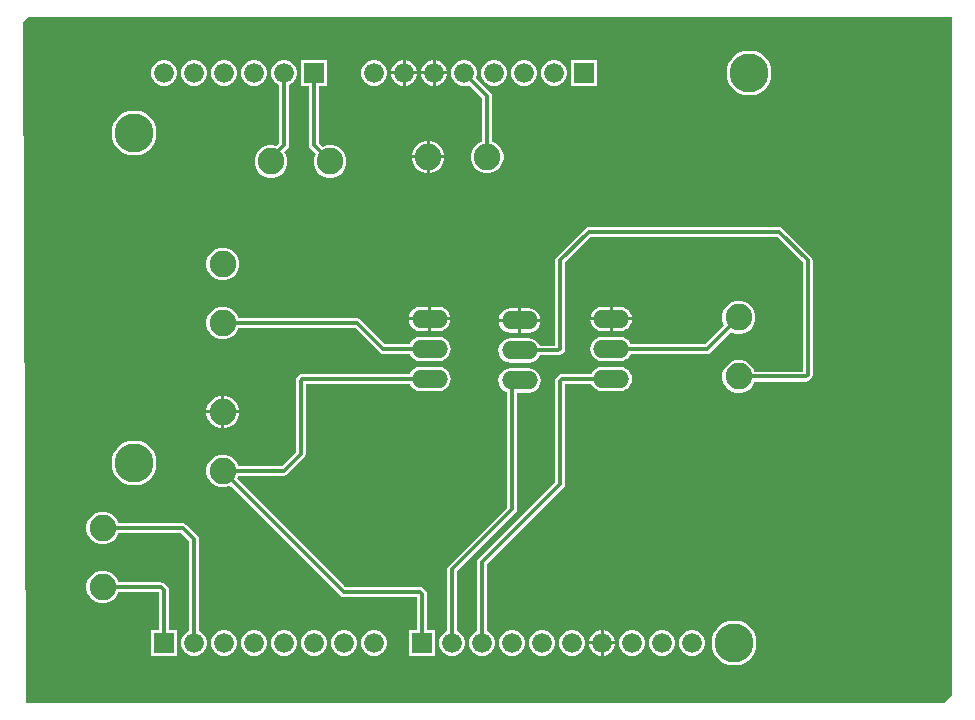
<source format=gbl>
%FSTAX23Y23*%
%MOIN*%
%SFA1B1*%

%IPPOS*%
%ADD19C,0.088582*%
%ADD20O,0.120000X0.060000*%
%ADD21C,0.066000*%
%ADD22R,0.066000X0.066000*%
%ADD23C,0.129921*%
%ADD24C,0.012000*%
%LNpcb_t3-1*%
%LPD*%
G36*
X03115Y0006D02*
X0309Y00035D01*
X0003*
X0002Y02305*
X00035Y0232*
X03115*
Y0006*
G37*
%LNpcb_t3-2*%
%LPC*%
G36*
X01395Y02178D02*
X01395D01*
Y0214*
X01433*
Y0214*
X0143Y02151*
X01424Y02161*
X01416Y02169*
X01406Y02175*
X01395Y02178*
G37*
G36*
X01295D02*
X01295D01*
Y0214*
X01333*
Y0214*
X0133Y02151*
X01324Y02161*
X01316Y02169*
X01306Y02175*
X01295Y02178*
G37*
G36*
X01385D02*
X01384D01*
X01373Y02175*
X01363Y02169*
X01355Y02161*
X01349Y02151*
X01347Y0214*
Y0214*
X01385*
Y02178*
G37*
G36*
X01285D02*
X01284D01*
X01273Y02175*
X01263Y02169*
X01255Y02161*
X01249Y02151*
X01247Y0214*
Y0214*
X01285*
Y02178*
G37*
G36*
X01933D02*
X01847D01*
Y02092*
X01933*
Y02178*
G37*
G36*
X01795D02*
X01784D01*
X01773Y02175*
X01763Y02169*
X01755Y02161*
X01749Y02151*
X01747Y0214*
Y02129*
X01749Y02118*
X01755Y02108*
X01763Y021*
X01773Y02094*
X01784Y02092*
X01795*
X01806Y02094*
X01816Y021*
X01824Y02108*
X0183Y02118*
X01833Y02129*
Y0214*
X0183Y02151*
X01824Y02161*
X01816Y02169*
X01806Y02175*
X01795Y02178*
G37*
G36*
X01695D02*
X01684D01*
X01673Y02175*
X01663Y02169*
X01655Y02161*
X01649Y02151*
X01647Y0214*
Y02129*
X01649Y02118*
X01655Y02108*
X01663Y021*
X01673Y02094*
X01684Y02092*
X01695*
X01706Y02094*
X01716Y021*
X01724Y02108*
X0173Y02118*
X01733Y02129*
Y0214*
X0173Y02151*
X01724Y02161*
X01716Y02169*
X01706Y02175*
X01695Y02178*
G37*
G36*
X01595D02*
X01584D01*
X01573Y02175*
X01563Y02169*
X01555Y02161*
X01549Y02151*
X01547Y0214*
Y02129*
X01549Y02118*
X01555Y02108*
X01563Y021*
X01573Y02094*
X01584Y02092*
X01595*
X01606Y02094*
X01616Y021*
X01624Y02108*
X0163Y02118*
X01633Y02129*
Y0214*
X0163Y02151*
X01624Y02161*
X01616Y02169*
X01606Y02175*
X01595Y02178*
G37*
G36*
X01433Y0213D02*
X01395D01*
Y02092*
X01395*
X01406Y02094*
X01416Y021*
X01424Y02108*
X0143Y02118*
X01433Y02129*
Y0213*
G37*
G36*
X01385D02*
X01347D01*
Y02129*
X01349Y02118*
X01355Y02108*
X01363Y021*
X01373Y02094*
X01384Y02092*
X01385*
Y0213*
G37*
G36*
X01333D02*
X01295D01*
Y02092*
X01295*
X01306Y02094*
X01316Y021*
X01324Y02108*
X0133Y02118*
X01333Y02129*
Y0213*
G37*
G36*
X01285D02*
X01247D01*
Y02129*
X01249Y02118*
X01255Y02108*
X01263Y021*
X01273Y02094*
X01284Y02092*
X01285*
Y0213*
G37*
G36*
X01195Y02178D02*
X01184D01*
X01173Y02175*
X01163Y02169*
X01155Y02161*
X01149Y02151*
X01147Y0214*
Y02129*
X01149Y02118*
X01155Y02108*
X01163Y021*
X01173Y02094*
X01184Y02092*
X01195*
X01206Y02094*
X01216Y021*
X01224Y02108*
X0123Y02118*
X01233Y02129*
Y0214*
X0123Y02151*
X01224Y02161*
X01216Y02169*
X01206Y02175*
X01195Y02178*
G37*
G36*
X00795D02*
X00784D01*
X00773Y02175*
X00763Y02169*
X00755Y02161*
X00749Y02151*
X00747Y0214*
Y02129*
X00749Y02118*
X00755Y02108*
X00763Y021*
X00773Y02094*
X00784Y02092*
X00795*
X00806Y02094*
X00816Y021*
X00824Y02108*
X0083Y02118*
X00833Y02129*
Y0214*
X0083Y02151*
X00824Y02161*
X00816Y02169*
X00806Y02175*
X00795Y02178*
G37*
G36*
X00695D02*
X00684D01*
X00673Y02175*
X00663Y02169*
X00655Y02161*
X00649Y02151*
X00647Y0214*
Y02129*
X00649Y02118*
X00655Y02108*
X00663Y021*
X00673Y02094*
X00684Y02092*
X00695*
X00706Y02094*
X00716Y021*
X00724Y02108*
X0073Y02118*
X00733Y02129*
Y0214*
X0073Y02151*
X00724Y02161*
X00716Y02169*
X00706Y02175*
X00695Y02178*
G37*
G36*
X00595D02*
X00584D01*
X00573Y02175*
X00563Y02169*
X00555Y02161*
X00549Y02151*
X00547Y0214*
Y02129*
X00549Y02118*
X00555Y02108*
X00563Y021*
X00573Y02094*
X00584Y02092*
X00595*
X00606Y02094*
X00616Y021*
X00624Y02108*
X0063Y02118*
X00633Y02129*
Y0214*
X0063Y02151*
X00624Y02161*
X00616Y02169*
X00606Y02175*
X00595Y02178*
G37*
G36*
X00495D02*
X00484D01*
X00473Y02175*
X00463Y02169*
X00455Y02161*
X00449Y02151*
X00447Y0214*
Y02129*
X00449Y02118*
X00455Y02108*
X00463Y021*
X00473Y02094*
X00484Y02092*
X00495*
X00506Y02094*
X00516Y021*
X00524Y02108*
X0053Y02118*
X00533Y02129*
Y0214*
X0053Y02151*
X00524Y02161*
X00516Y02169*
X00506Y02175*
X00495Y02178*
G37*
G36*
X02447Y02209D02*
X02432D01*
X02418Y02207*
X02404Y02201*
X02392Y02193*
X02381Y02182*
X02373Y0217*
X02367Y02156*
X02365Y02142*
Y02127*
X02367Y02113*
X02373Y02099*
X02381Y02087*
X02392Y02076*
X02404Y02068*
X02418Y02062*
X02432Y0206*
X02447*
X02461Y02062*
X02475Y02068*
X02487Y02076*
X02498Y02087*
X02506Y02099*
X02512Y02113*
X02514Y02127*
Y02142*
X02512Y02156*
X02506Y0217*
X02498Y02182*
X02487Y02193*
X02475Y02201*
X02461Y02207*
X02447Y02209*
G37*
G36*
X00895Y02178D02*
X00884D01*
X00873Y02175*
X00863Y02169*
X00855Y02161*
X00849Y02151*
X00847Y0214*
Y02129*
X00849Y02118*
X00855Y02108*
X00863Y021*
X00873Y02094*
X00873Y02094*
Y01901*
X00863Y01891*
X00853Y01894*
X00839*
X00825Y0189*
X00813Y01883*
X00803Y01873*
X00795Y0186*
X00792Y01847*
Y01832*
X00795Y01819*
X00803Y01806*
X00813Y01796*
X00825Y01789*
X00839Y01785*
X00853*
X00867Y01789*
X00879Y01796*
X0089Y01806*
X00897Y01819*
X009Y01832*
Y01847*
X00897Y0186*
X0089Y01872*
X00901Y01883*
X00905Y01888*
X00906Y01895*
Y02094*
X00906Y02094*
X00916Y021*
X00924Y02108*
X0093Y02118*
X00933Y02129*
Y0214*
X0093Y02151*
X00924Y02161*
X00916Y02169*
X00906Y02175*
X00895Y02178*
G37*
G36*
X00397Y02009D02*
X00382D01*
X00368Y02007*
X00354Y02001*
X00342Y01993*
X00331Y01982*
X00323Y0197*
X00317Y01956*
X00315Y01942*
Y01927*
X00317Y01913*
X00323Y01899*
X00331Y01887*
X00342Y01876*
X00354Y01868*
X00368Y01862*
X00382Y0186*
X00397*
X00411Y01862*
X00425Y01868*
X00437Y01876*
X00448Y01887*
X00456Y01899*
X00462Y01913*
X00464Y01927*
Y01942*
X00462Y01956*
X00456Y0197*
X00448Y01982*
X00437Y01993*
X00425Y02001*
X00411Y02007*
X00397Y02009*
G37*
G36*
X01377Y01909D02*
X01375D01*
Y0186*
X01424*
Y01862*
X0142Y01875*
X01413Y01888*
X01403Y01898*
X0139Y01905*
X01377Y01909*
G37*
G36*
X01365D02*
X01362D01*
X01349Y01905*
X01336Y01898*
X01326Y01888*
X01319Y01875*
X01315Y01862*
Y0186*
X01365*
Y01909*
G37*
G36*
X01495Y02178D02*
X01484D01*
X01473Y02175*
X01463Y02169*
X01455Y02161*
X01449Y02151*
X01447Y0214*
Y02129*
X01449Y02118*
X01455Y02108*
X01463Y021*
X01473Y02094*
X01484Y02092*
X01495*
X01506Y02094*
X01506Y02095*
X0155Y02051*
Y01906*
X01545Y01905*
X01533Y01898*
X01523Y01888*
X01516Y01875*
X01512Y01862*
Y01847*
X01516Y01834*
X01523Y01821*
X01533Y01811*
X01545Y01804*
X01559Y018*
X01573*
X01587Y01804*
X016Y01811*
X0161Y01821*
X01617Y01834*
X01621Y01847*
Y01862*
X01617Y01875*
X0161Y01888*
X016Y01898*
X01587Y01905*
X01583Y01906*
Y02058*
X01581Y02064*
X01578Y02069*
X01529Y02118*
X0153Y02118*
X01533Y02129*
Y0214*
X0153Y02151*
X01524Y02161*
X01516Y02169*
X01506Y02175*
X01495Y02178*
G37*
G36*
X01424Y0185D02*
X01375D01*
Y018*
X01377*
X0139Y01804*
X01403Y01811*
X01413Y01821*
X0142Y01834*
X01424Y01847*
Y0185*
G37*
G36*
X01365D02*
X01315D01*
Y01847*
X01319Y01834*
X01326Y01821*
X01336Y01811*
X01349Y01804*
X01362Y018*
X01365*
Y0185*
G37*
G36*
X01033Y02178D02*
X00947D01*
Y02092*
X00973*
Y01893*
X00974Y01887*
X00978Y01881*
X00995Y01865*
X00992Y0186*
X00989Y01847*
Y01832*
X00992Y01819*
X00999Y01806*
X0101Y01796*
X01022Y01789*
X01036Y01785*
X0105*
X01064Y01789*
X01076Y01796*
X01086Y01806*
X01094Y01819*
X01097Y01832*
Y01847*
X01094Y0186*
X01086Y01873*
X01076Y01883*
X01064Y0189*
X0105Y01894*
X01036*
X01022Y0189*
X01018Y01888*
X01006Y019*
Y02092*
X01033*
Y02178*
G37*
G36*
X00692Y01552D02*
X00677D01*
X00664Y01549*
X00651Y01541*
X00641Y01531*
X00634Y01519*
X0063Y01505*
Y01491*
X00634Y01477*
X00641Y01465*
X00651Y01454*
X00664Y01447*
X00677Y01444*
X00692*
X00705Y01447*
X00718Y01454*
X00728Y01465*
X00735Y01477*
X00739Y01491*
Y01505*
X00735Y01519*
X00728Y01531*
X00718Y01541*
X00705Y01549*
X00692Y01552*
G37*
G36*
X0201Y01355D02*
X01985D01*
Y0132*
X02049*
X02048Y01325*
X02044Y01335*
X02038Y01343*
X0203Y01349*
X0202Y01353*
X0201Y01355*
G37*
G36*
X01405D02*
X0138D01*
Y0132*
X01444*
X01443Y01325*
X01439Y01335*
X01433Y01343*
X01425Y01349*
X01415Y01353*
X01405Y01355*
G37*
G36*
X01975D02*
X0195D01*
X01939Y01353*
X01929Y01349*
X01921Y01343*
X01915Y01335*
X01911Y01325*
X0191Y0132*
X01975*
Y01355*
G37*
G36*
X0137D02*
X01345D01*
X01334Y01353*
X01324Y01349*
X01316Y01343*
X0131Y01335*
X01306Y01325*
X01305Y0132*
X0137*
Y01355*
G37*
G36*
X01705Y0135D02*
X0168D01*
Y01315*
X01744*
X01743Y0132*
X01739Y0133*
X01733Y01338*
X01725Y01344*
X01715Y01348*
X01705Y0135*
G37*
G36*
X0167D02*
X01645D01*
X01634Y01348*
X01624Y01344*
X01616Y01338*
X0161Y0133*
X01606Y0132*
X01605Y01315*
X0167*
Y0135*
G37*
G36*
X02049Y0131D02*
X01985D01*
Y01274*
X0201*
X0202Y01276*
X0203Y0128*
X02038Y01286*
X02044Y01294*
X02048Y01304*
X02049Y0131*
G37*
G36*
X01975D02*
X0191D01*
X01911Y01304*
X01915Y01294*
X01921Y01286*
X01929Y0128*
X01939Y01276*
X0195Y01274*
X01975*
Y0131*
G37*
G36*
X01444D02*
X0138D01*
Y01274*
X01405*
X01415Y01276*
X01425Y0128*
X01433Y01286*
X01439Y01294*
X01443Y01304*
X01444Y0131*
G37*
G36*
X0137D02*
X01305D01*
X01306Y01304*
X0131Y01294*
X01316Y01286*
X01324Y0128*
X01334Y01276*
X01345Y01274*
X0137*
Y0131*
G37*
G36*
X01744Y01305D02*
X0168D01*
Y01269*
X01705*
X01715Y01271*
X01725Y01275*
X01733Y01281*
X01739Y01289*
X01743Y01299*
X01744Y01305*
G37*
G36*
X0167D02*
X01605D01*
X01606Y01299*
X0161Y01289*
X01616Y01281*
X01624Y01275*
X01634Y01271*
X01645Y01269*
X0167*
Y01305*
G37*
G36*
X02412Y01374D02*
X02397D01*
X02384Y0137*
X02371Y01363*
X02361Y01353*
X02354Y0134*
X0235Y01327*
Y01312*
X02354Y01299*
X02356Y01294*
X02293Y01231*
X02046*
X02044Y01235*
X02038Y01243*
X0203Y01249*
X0202Y01253*
X0201Y01255*
X0195*
X01939Y01253*
X01929Y01249*
X01921Y01243*
X01915Y01235*
X01911Y01225*
X01909Y01215*
X01911Y01204*
X01915Y01194*
X01921Y01186*
X01929Y0118*
X01939Y01176*
X0195Y01174*
X0201*
X0202Y01176*
X0203Y0118*
X02038Y01186*
X02044Y01194*
X02046Y01198*
X023*
X02306Y01199*
X02311Y01203*
X02379Y01271*
X02384Y01269*
X02397Y01265*
X02412*
X02425Y01269*
X02438Y01276*
X02448Y01286*
X02455Y01299*
X02459Y01312*
Y01327*
X02455Y0134*
X02448Y01353*
X02438Y01363*
X02425Y0137*
X02412Y01374*
G37*
G36*
X00692Y01355D02*
X00677D01*
X00664Y01352*
X00651Y01345*
X00641Y01334*
X00634Y01322*
X0063Y01308*
Y01294*
X00634Y0128*
X00641Y01268*
X00651Y01258*
X00664Y0125*
X00677Y01247*
X00692*
X00705Y0125*
X00718Y01258*
X00728Y01268*
X00735Y0128*
X00736Y01285*
X01126*
X01208Y01203*
X01213Y01199*
X0122Y01198*
X01308*
X0131Y01194*
X01316Y01186*
X01324Y0118*
X01334Y01176*
X01345Y01174*
X01405*
X01415Y01176*
X01425Y0118*
X01433Y01186*
X01439Y01194*
X01443Y01204*
X01445Y01215*
X01443Y01225*
X01439Y01235*
X01433Y01243*
X01425Y01249*
X01415Y01253*
X01405Y01255*
X01345*
X01334Y01253*
X01324Y01249*
X01316Y01243*
X0131Y01235*
X01308Y01231*
X01226*
X01144Y01313*
X01139Y01316*
X01133Y01317*
X00736*
X00735Y01322*
X00728Y01334*
X00718Y01345*
X00705Y01352*
X00692Y01355*
G37*
G36*
X0254Y01621D02*
X01905D01*
X01898Y0162*
X01893Y01616*
X01798Y01521*
X01794Y01516*
X01793Y0151*
Y01226*
X01741*
X01739Y0123*
X01733Y01238*
X01725Y01244*
X01715Y01248*
X01705Y0125*
X01645*
X01634Y01248*
X01624Y01244*
X01616Y01238*
X0161Y0123*
X01606Y0122*
X01604Y0121*
X01606Y01199*
X0161Y01189*
X01616Y01181*
X01624Y01175*
X01634Y01171*
X01645Y01169*
X01705*
X01715Y01171*
X01725Y01175*
X01733Y01181*
X01739Y01189*
X01741Y01193*
X01804*
X0181Y01194*
X01815Y01198*
X01821Y01204*
X01825Y01209*
X01826Y01215*
Y01503*
X01911Y01588*
X02533*
X02618Y01503*
Y01139*
X02456*
X02455Y01144*
X02448Y01156*
X02438Y01166*
X02425Y01173*
X02412Y01177*
X02397*
X02384Y01173*
X02371Y01166*
X02361Y01156*
X02354Y01144*
X0235Y0113*
Y01116*
X02354Y01102*
X02361Y01089*
X02371Y01079*
X02384Y01072*
X02397Y01068*
X02412*
X02425Y01072*
X02438Y01079*
X02448Y01089*
X02455Y01102*
X02456Y01106*
X02629*
X02635Y01108*
X0264Y01111*
X02646Y01117*
X0265Y01122*
X02651Y01129*
Y0151*
X0265Y01516*
X02646Y01521*
X02551Y01616*
X02546Y0162*
X0254Y01621*
G37*
G36*
X0201Y01155D02*
X0195D01*
X01939Y01153*
X01929Y01149*
X01921Y01143*
X01915Y01135*
X01913Y01131*
X01815*
X01809Y0113*
X01804Y01126*
X01798Y0112*
X01794Y01115*
X01793Y01109*
Y00771*
X01538Y00516*
X01534Y00511*
X01533Y00505*
Y00275*
X01533Y00275*
X01523Y00269*
X01515Y00261*
X01509Y00251*
X01507Y0024*
Y00229*
X01509Y00218*
X01515Y00208*
X01523Y002*
X01533Y00194*
X01544Y00192*
X01555*
X01566Y00194*
X01576Y002*
X01584Y00208*
X0159Y00218*
X01593Y00229*
Y0024*
X0159Y00251*
X01584Y00261*
X01576Y00269*
X01566Y00275*
X01566Y00275*
Y00498*
X01821Y00753*
X01825Y00758*
X01826Y00765*
Y01098*
X01913*
X01915Y01094*
X01921Y01086*
X01929Y0108*
X01939Y01076*
X0195Y01074*
X0201*
X0202Y01076*
X0203Y0108*
X02038Y01086*
X02044Y01094*
X02048Y01104*
X0205Y01115*
X02048Y01125*
X02044Y01135*
X02038Y01143*
X0203Y01149*
X0202Y01153*
X0201Y01155*
G37*
G36*
X01405D02*
X01345D01*
X01334Y01153*
X01324Y01149*
X01316Y01143*
X0131Y01135*
X01308Y01131*
X0095*
X00944Y0113*
X00939Y01126*
X00933Y0112*
X00929Y01115*
X00928Y01109*
Y00871*
X00881Y00824*
X00736*
X00735Y00829*
X00728Y00841*
X00718Y00851*
X00705Y00858*
X00692Y00862*
X00677*
X00664Y00858*
X00651Y00851*
X00641Y00841*
X00634Y00829*
X0063Y00815*
Y00801*
X00634Y00787*
X00641Y00774*
X00651Y00764*
X00664Y00757*
X00677Y00753*
X00692*
X00705Y00757*
X0071Y00759*
X01076Y00393*
X01081Y00389*
X01088Y00388*
X01333*
Y00278*
X01307*
Y00192*
X01393*
Y00278*
X01366*
Y00397*
X01365Y00404*
X01361Y00409*
X01354Y00416*
X01349Y0042*
X01342Y00421*
X01094*
X00733Y00783*
X00735Y00787*
X00736Y00791*
X00888*
X00894Y00793*
X00899Y00796*
X00956Y00853*
X0096Y00858*
X00961Y00865*
Y01098*
X01308*
X0131Y01094*
X01316Y01086*
X01324Y0108*
X01334Y01076*
X01345Y01074*
X01405*
X01415Y01076*
X01425Y0108*
X01433Y01086*
X01439Y01094*
X01443Y01104*
X01445Y01115*
X01443Y01125*
X01439Y01135*
X01433Y01143*
X01425Y01149*
X01415Y01153*
X01405Y01155*
G37*
G36*
X00692Y01059D02*
X0069D01*
Y0101*
X00739*
Y01012*
X00735Y01025*
X00728Y01038*
X00718Y01048*
X00705Y01055*
X00692Y01059*
G37*
G36*
X0068D02*
X00677D01*
X00664Y01055*
X00651Y01048*
X00641Y01038*
X00634Y01025*
X0063Y01012*
Y0101*
X0068*
Y01059*
G37*
G36*
X00739Y01D02*
X0069D01*
Y0095*
X00692*
X00705Y00954*
X00718Y00961*
X00728Y00971*
X00735Y00984*
X00739Y00997*
Y01*
G37*
G36*
X0068D02*
X0063D01*
Y00997*
X00634Y00984*
X00641Y00971*
X00651Y00961*
X00664Y00954*
X00677Y0095*
X0068*
Y01*
G37*
G36*
X00397Y00909D02*
X00382D01*
X00368Y00907*
X00354Y00901*
X00342Y00893*
X00331Y00882*
X00323Y0087*
X00317Y00856*
X00315Y00842*
Y00827*
X00317Y00813*
X00323Y00799*
X00331Y00787*
X00342Y00776*
X00354Y00768*
X00368Y00762*
X00382Y0076*
X00397*
X00411Y00762*
X00425Y00768*
X00437Y00776*
X00448Y00787*
X00456Y00799*
X00462Y00813*
X00464Y00827*
Y00842*
X00462Y00856*
X00456Y0087*
X00448Y00882*
X00437Y00893*
X00425Y00901*
X00411Y00907*
X00397Y00909*
G37*
G36*
X01955Y00278D02*
X01955D01*
Y0024*
X01993*
Y0024*
X0199Y00251*
X01984Y00261*
X01976Y00269*
X01966Y00275*
X01955Y00278*
G37*
G36*
X01945D02*
X01944D01*
X01933Y00275*
X01923Y00269*
X01915Y00261*
X01909Y00251*
X01907Y0024*
Y0024*
X01945*
Y00278*
G37*
G36*
X02255D02*
X02244D01*
X02233Y00275*
X02223Y00269*
X02215Y00261*
X02209Y00251*
X02207Y0024*
Y00229*
X02209Y00218*
X02215Y00208*
X02223Y002*
X02233Y00194*
X02244Y00192*
X02255*
X02266Y00194*
X02276Y002*
X02284Y00208*
X0229Y00218*
X02293Y00229*
Y0024*
X0229Y00251*
X02284Y00261*
X02276Y00269*
X02266Y00275*
X02255Y00278*
G37*
G36*
X02155D02*
X02144D01*
X02133Y00275*
X02123Y00269*
X02115Y00261*
X02109Y00251*
X02107Y0024*
Y00229*
X02109Y00218*
X02115Y00208*
X02123Y002*
X02133Y00194*
X02144Y00192*
X02155*
X02166Y00194*
X02176Y002*
X02184Y00208*
X0219Y00218*
X02193Y00229*
Y0024*
X0219Y00251*
X02184Y00261*
X02176Y00269*
X02166Y00275*
X02155Y00278*
G37*
G36*
X02055D02*
X02044D01*
X02033Y00275*
X02023Y00269*
X02015Y00261*
X02009Y00251*
X02007Y0024*
Y00229*
X02009Y00218*
X02015Y00208*
X02023Y002*
X02033Y00194*
X02044Y00192*
X02055*
X02066Y00194*
X02076Y002*
X02084Y00208*
X0209Y00218*
X02093Y00229*
Y0024*
X0209Y00251*
X02084Y00261*
X02076Y00269*
X02066Y00275*
X02055Y00278*
G37*
G36*
X01993Y0023D02*
X01955D01*
Y00192*
X01955*
X01966Y00194*
X01976Y002*
X01984Y00208*
X0199Y00218*
X01993Y00229*
Y0023*
G37*
G36*
X01945D02*
X01907D01*
Y00229*
X01909Y00218*
X01915Y00208*
X01923Y002*
X01933Y00194*
X01944Y00192*
X01945*
Y0023*
G37*
G36*
X01855Y00278D02*
X01844D01*
X01833Y00275*
X01823Y00269*
X01815Y00261*
X01809Y00251*
X01807Y0024*
Y00229*
X01809Y00218*
X01815Y00208*
X01823Y002*
X01833Y00194*
X01844Y00192*
X01855*
X01866Y00194*
X01876Y002*
X01884Y00208*
X0189Y00218*
X01893Y00229*
Y0024*
X0189Y00251*
X01884Y00261*
X01876Y00269*
X01866Y00275*
X01855Y00278*
G37*
G36*
X01755D02*
X01744D01*
X01733Y00275*
X01723Y00269*
X01715Y00261*
X01709Y00251*
X01707Y0024*
Y00229*
X01709Y00218*
X01715Y00208*
X01723Y002*
X01733Y00194*
X01744Y00192*
X01755*
X01766Y00194*
X01776Y002*
X01784Y00208*
X0179Y00218*
X01793Y00229*
Y0024*
X0179Y00251*
X01784Y00261*
X01776Y00269*
X01766Y00275*
X01755Y00278*
G37*
G36*
X01655D02*
X01644D01*
X01633Y00275*
X01623Y00269*
X01615Y00261*
X01609Y00251*
X01607Y0024*
Y00229*
X01609Y00218*
X01615Y00208*
X01623Y002*
X01633Y00194*
X01644Y00192*
X01655*
X01666Y00194*
X01676Y002*
X01684Y00208*
X0169Y00218*
X01693Y00229*
Y0024*
X0169Y00251*
X01684Y00261*
X01676Y00269*
X01666Y00275*
X01655Y00278*
G37*
G36*
X01705Y0115D02*
X01645D01*
X01634Y01148*
X01624Y01144*
X01616Y01138*
X0161Y0113*
X01606Y0112*
X01604Y0111*
X01606Y01099*
X0161Y01089*
X01616Y01081*
X01624Y01075*
X01633Y01071*
Y00686*
X01438Y00491*
X01434Y00486*
X01433Y0048*
Y00275*
X01433Y00275*
X01423Y00269*
X01415Y00261*
X01409Y00251*
X01407Y0024*
Y00229*
X01409Y00218*
X01415Y00208*
X01423Y002*
X01433Y00194*
X01444Y00192*
X01455*
X01466Y00194*
X01476Y002*
X01484Y00208*
X0149Y00218*
X01493Y00229*
Y0024*
X0149Y00251*
X01484Y00261*
X01476Y00269*
X01466Y00275*
X01466Y00275*
Y00473*
X01661Y00668*
X01665Y00673*
X01666Y0068*
Y01069*
X01705*
X01715Y01071*
X01725Y01075*
X01733Y01081*
X01739Y01089*
X01743Y01099*
X01745Y0111*
X01743Y0112*
X01739Y0113*
X01733Y01138*
X01725Y01144*
X01715Y01148*
X01705Y0115*
G37*
G36*
X01195Y00278D02*
X01184D01*
X01173Y00275*
X01163Y00269*
X01155Y00261*
X01149Y00251*
X01147Y0024*
Y00229*
X01149Y00218*
X01155Y00208*
X01163Y002*
X01173Y00194*
X01184Y00192*
X01195*
X01206Y00194*
X01216Y002*
X01224Y00208*
X0123Y00218*
X01233Y00229*
Y0024*
X0123Y00251*
X01224Y00261*
X01216Y00269*
X01206Y00275*
X01195Y00278*
G37*
G36*
X01095D02*
X01084D01*
X01073Y00275*
X01063Y00269*
X01055Y00261*
X01049Y00251*
X01047Y0024*
Y00229*
X01049Y00218*
X01055Y00208*
X01063Y002*
X01073Y00194*
X01084Y00192*
X01095*
X01106Y00194*
X01116Y002*
X01124Y00208*
X0113Y00218*
X01133Y00229*
Y0024*
X0113Y00251*
X01124Y00261*
X01116Y00269*
X01106Y00275*
X01095Y00278*
G37*
G36*
X00995D02*
X00984D01*
X00973Y00275*
X00963Y00269*
X00955Y00261*
X00949Y00251*
X00947Y0024*
Y00229*
X00949Y00218*
X00955Y00208*
X00963Y002*
X00973Y00194*
X00984Y00192*
X00995*
X01006Y00194*
X01016Y002*
X01024Y00208*
X0103Y00218*
X01033Y00229*
Y0024*
X0103Y00251*
X01024Y00261*
X01016Y00269*
X01006Y00275*
X00995Y00278*
G37*
G36*
X00895D02*
X00884D01*
X00873Y00275*
X00863Y00269*
X00855Y00261*
X00849Y00251*
X00847Y0024*
Y00229*
X00849Y00218*
X00855Y00208*
X00863Y002*
X00873Y00194*
X00884Y00192*
X00895*
X00906Y00194*
X00916Y002*
X00924Y00208*
X0093Y00218*
X00933Y00229*
Y0024*
X0093Y00251*
X00924Y00261*
X00916Y00269*
X00906Y00275*
X00895Y00278*
G37*
G36*
X00795D02*
X00784D01*
X00773Y00275*
X00763Y00269*
X00755Y00261*
X00749Y00251*
X00747Y0024*
Y00229*
X00749Y00218*
X00755Y00208*
X00763Y002*
X00773Y00194*
X00784Y00192*
X00795*
X00806Y00194*
X00816Y002*
X00824Y00208*
X0083Y00218*
X00833Y00229*
Y0024*
X0083Y00251*
X00824Y00261*
X00816Y00269*
X00806Y00275*
X00795Y00278*
G37*
G36*
X00695D02*
X00684D01*
X00673Y00275*
X00663Y00269*
X00655Y00261*
X00649Y00251*
X00647Y0024*
Y00229*
X00649Y00218*
X00655Y00208*
X00663Y002*
X00673Y00194*
X00684Y00192*
X00695*
X00706Y00194*
X00716Y002*
X00724Y00208*
X0073Y00218*
X00733Y00229*
Y0024*
X0073Y00251*
X00724Y00261*
X00716Y00269*
X00706Y00275*
X00695Y00278*
G37*
G36*
X00292Y00672D02*
X00277D01*
X00264Y00669*
X00251Y00661*
X00241Y00651*
X00234Y00639*
X0023Y00625*
Y00611*
X00234Y00597*
X00241Y00585*
X00251Y00574*
X00264Y00567*
X00277Y00564*
X00292*
X00305Y00567*
X00318Y00574*
X00328Y00585*
X00335Y00597*
X00336Y00602*
X00544*
X00573Y00573*
Y00275*
X00573Y00275*
X00563Y00269*
X00555Y00261*
X00549Y00251*
X00547Y0024*
Y00229*
X00549Y00218*
X00555Y00208*
X00563Y002*
X00573Y00194*
X00584Y00192*
X00595*
X00606Y00194*
X00616Y002*
X00624Y00208*
X0063Y00218*
X00633Y00229*
Y0024*
X0063Y00251*
X00624Y00261*
X00616Y00269*
X00606Y00275*
X00606Y00275*
Y0058*
X00605Y00586*
X00601Y00591*
X00563Y00629*
X00557Y00633*
X00551Y00634*
X00336*
X00335Y00639*
X00328Y00651*
X00318Y00661*
X00305Y00669*
X00292Y00672*
G37*
G36*
Y00475D02*
X00277D01*
X00264Y00472*
X00251Y00465*
X00241Y00454*
X00234Y00442*
X0023Y00428*
Y00414*
X00234Y004*
X00241Y00388*
X00251Y00378*
X00264Y0037*
X00277Y00367*
X00292*
X00305Y0037*
X00318Y00378*
X00328Y00388*
X00335Y004*
X00336Y00405*
X00471*
X00473Y00403*
Y00278*
X00447*
Y00192*
X00533*
Y00278*
X00506*
Y0041*
X00505Y00416*
X00501Y00421*
X00489Y00433*
X00484Y00436*
X00478Y00437*
X00336*
X00335Y00442*
X00328Y00454*
X00318Y00465*
X00305Y00472*
X00292Y00475*
G37*
G36*
X02397Y00309D02*
X02382D01*
X02368Y00307*
X02354Y00301*
X02342Y00293*
X02331Y00282*
X02323Y0027*
X02317Y00256*
X02315Y00242*
Y00227*
X02317Y00213*
X02323Y00199*
X02331Y00187*
X02342Y00176*
X02354Y00168*
X02368Y00162*
X02382Y0016*
X02397*
X02411Y00162*
X02425Y00168*
X02437Y00176*
X02448Y00187*
X02456Y00199*
X02462Y00213*
X02464Y00227*
Y00242*
X02462Y00256*
X02456Y0027*
X02448Y00282*
X02437Y00293*
X02425Y00301*
X02411Y00307*
X02397Y00309*
G37*
%LNpcb_t3-3*%
%LPD*%
G54D19*
X00285Y00421D03*
Y00618D03*
X00685Y01005D03*
Y00808D03*
X01043Y0184D03*
X00846D03*
X01566Y01855D03*
X0137D03*
X02405Y0132D03*
Y01123D03*
X00685Y01301D03*
Y01498D03*
G54D20*
X0198Y01115D03*
Y01215D03*
Y01315D03*
X01675Y0111D03*
Y0121D03*
Y0131D03*
X01375Y01115D03*
Y01215D03*
Y01315D03*
G54D21*
X0159Y02135D03*
X0149D03*
X0089D03*
X0079D03*
X0069D03*
X0059D03*
X0049D03*
X0205Y00235D03*
X0059D03*
X0069D03*
X0079D03*
X0089D03*
X0099D03*
X0109D03*
X0119D03*
X0145D03*
X0155D03*
X0165D03*
X0175D03*
X0185D03*
X0139Y02135D03*
X0129D03*
X0195Y00235D03*
X0169Y02135D03*
X0119D03*
X0215Y00235D03*
X0225D03*
X0179Y02135D03*
G54D22*
X0099Y02135D03*
X0049Y00235D03*
X0135D03*
X0189Y02135D03*
G54D23*
X0039Y00835D03*
Y01935D03*
X0239Y00235D03*
X0244Y02135D03*
G54D24*
X01088Y00405D02*
X01342D01*
X0135Y00235D02*
Y00397D01*
X01342Y00405D02*
X0135Y00397D01*
X00685Y00808D02*
X01088Y00405D01*
X00685Y00808D02*
X00888D01*
X00945Y00865*
Y01109*
X0095Y01115*
X01375*
X00685Y01301D02*
X01133D01*
X0122Y01215*
X0059Y00235D02*
Y0058D01*
X00285Y00618D02*
X00551D01*
X0059Y0058*
X0049Y00235D02*
Y0041D01*
X00285Y00421D02*
X00478D01*
X0049Y0041*
X0155Y00235D02*
Y00505D01*
X01815Y01115D02*
X0198D01*
X0181Y01109D02*
X01815Y01115D01*
X0181Y00765D02*
Y01109D01*
X0155Y00505D02*
X0181Y00765D01*
X0145Y0048D02*
X0165Y0068D01*
Y01086*
X0145Y00235D02*
Y0048D01*
X02635Y01129D02*
Y0151D01*
X02629Y01123D02*
X02635Y01129D01*
X02405Y01123D02*
X02629D01*
X0254Y01605D02*
X02635Y0151D01*
X01905Y01605D02*
X0254D01*
X0181Y0151D02*
X01905Y01605D01*
X01675Y0121D02*
X01804D01*
X0181Y01215*
Y0151*
X0198Y01215D02*
X023D01*
X02405Y0132*
X01673Y0111D02*
X01675D01*
X0165Y01086D02*
X01673Y0111D01*
X0122Y01215D02*
X01375D01*
X00846Y0184D02*
Y01851D01*
X0089Y01895*
Y02135*
X0099Y01893D02*
Y02135D01*
Y01893D02*
X01043Y0184D01*
X01566Y01855D02*
Y02058D01*
X0149Y02135D02*
X01566Y02058D01*
M02*
</source>
